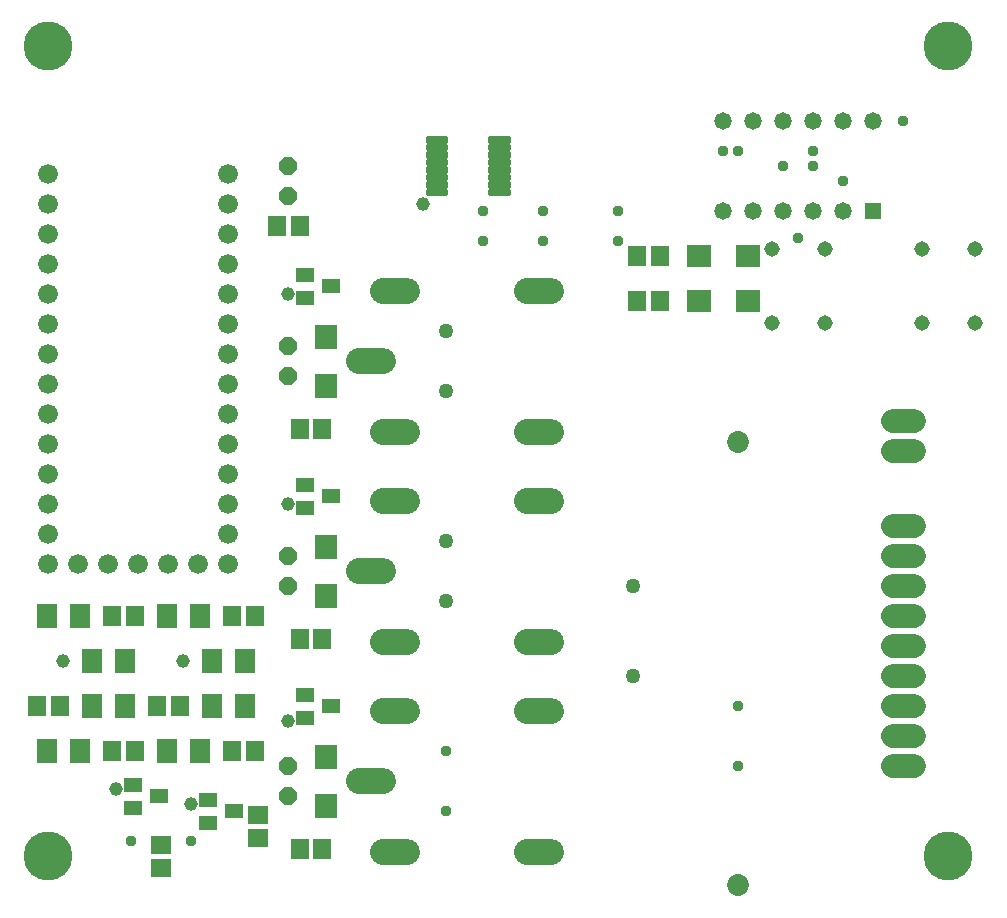
<source format=gbr>
G04 EAGLE Gerber RS-274X export*
G75*
%MOMM*%
%FSLAX34Y34*%
%LPD*%
%INSoldermask Top*%
%IPPOS*%
%AMOC8*
5,1,8,0,0,1.08239X$1,22.5*%
G01*
%ADD10C,2.003200*%
%ADD11C,2.184400*%
%ADD12C,1.676400*%
%ADD13R,1.703200X1.503200*%
%ADD14R,1.603200X1.203200*%
%ADD15P,1.649562X8X112.500000*%
%ADD16R,1.503200X1.703200*%
%ADD17R,1.803200X2.003200*%
%ADD18R,1.903200X2.003200*%
%ADD19C,1.853200*%
%ADD20C,0.306600*%
%ADD21R,2.003200X1.903200*%
%ADD22R,1.473200X1.473200*%
%ADD23C,1.473200*%
%ADD24C,1.311200*%
%ADD25C,0.959600*%
%ADD26C,1.159600*%
%ADD27C,4.140200*%
%ADD28C,1.259600*%


D10*
X796400Y139700D02*
X778400Y139700D01*
X778400Y165100D02*
X796400Y165100D01*
X796400Y190500D02*
X778400Y190500D01*
X778400Y215900D02*
X796400Y215900D01*
X796400Y241300D02*
X778400Y241300D01*
X778400Y266700D02*
X796400Y266700D01*
X796400Y292100D02*
X778400Y292100D01*
X778400Y317500D02*
X796400Y317500D01*
X796400Y342900D02*
X778400Y342900D01*
X778400Y431800D02*
X796400Y431800D01*
X796400Y406400D02*
X778400Y406400D01*
D11*
X346456Y482600D02*
X326644Y482600D01*
X346964Y422910D02*
X366776Y422910D01*
X366776Y542290D02*
X346964Y542290D01*
X468884Y542290D02*
X488696Y542290D01*
X488696Y422910D02*
X468884Y422910D01*
X346456Y304800D02*
X326644Y304800D01*
X346964Y245110D02*
X366776Y245110D01*
X366776Y364490D02*
X346964Y364490D01*
X468884Y364490D02*
X488696Y364490D01*
X488696Y245110D02*
X468884Y245110D01*
X346456Y127000D02*
X326644Y127000D01*
X346964Y67310D02*
X366776Y67310D01*
X366776Y186690D02*
X346964Y186690D01*
X468884Y186690D02*
X488696Y186690D01*
X488696Y67310D02*
X468884Y67310D01*
D12*
X63500Y590550D03*
X63500Y565150D03*
X63500Y539750D03*
X63500Y514350D03*
X63500Y488950D03*
X63500Y463550D03*
X63500Y438150D03*
X63500Y412750D03*
X63500Y387350D03*
X63500Y361950D03*
X63500Y336550D03*
X63500Y311150D03*
X215900Y311150D03*
X215900Y336550D03*
X215900Y361950D03*
X215900Y387350D03*
X215900Y412750D03*
X215900Y438150D03*
X215900Y463550D03*
X215900Y488950D03*
X215900Y514350D03*
X215900Y539750D03*
X215900Y565150D03*
X63500Y615950D03*
X215900Y590550D03*
X63500Y641350D03*
X215900Y641350D03*
X215900Y615950D03*
X190500Y311150D03*
X165100Y311150D03*
X139700Y311150D03*
X114300Y311150D03*
X88900Y311150D03*
D13*
X158750Y54000D03*
X158750Y73000D03*
X241300Y79400D03*
X241300Y98400D03*
D14*
X157050Y114300D03*
X135050Y104800D03*
X135050Y123800D03*
X220550Y101600D03*
X198550Y92100D03*
X198550Y111100D03*
D15*
X266700Y469900D03*
X266700Y495300D03*
X266700Y292100D03*
X266700Y317500D03*
X266700Y114300D03*
X266700Y139700D03*
D16*
X276250Y425450D03*
X295250Y425450D03*
X276250Y247650D03*
X295250Y247650D03*
X276250Y69850D03*
X295250Y69850D03*
X117500Y152400D03*
X136500Y152400D03*
X136500Y266700D03*
X117500Y266700D03*
X54000Y190500D03*
X73000Y190500D03*
D17*
X62200Y152400D03*
X90200Y152400D03*
X90200Y266700D03*
X62200Y266700D03*
D16*
X219100Y152400D03*
X238100Y152400D03*
X238100Y266700D03*
X219100Y266700D03*
X155600Y190500D03*
X174600Y190500D03*
D17*
X163800Y152400D03*
X191800Y152400D03*
X191800Y266700D03*
X163800Y266700D03*
D18*
X298450Y462100D03*
X298450Y503100D03*
X298450Y284300D03*
X298450Y325300D03*
X298450Y106500D03*
X298450Y147500D03*
D14*
X303100Y546100D03*
X281100Y536600D03*
X281100Y555600D03*
X303100Y368300D03*
X281100Y358800D03*
X281100Y377800D03*
X303100Y190500D03*
X281100Y181000D03*
X281100Y200000D03*
D19*
X647700Y39050D03*
X647700Y414050D03*
D15*
X266700Y622300D03*
X266700Y647700D03*
D16*
X276200Y596900D03*
X257200Y596900D03*
D20*
X385067Y668392D02*
X400433Y668392D01*
X385067Y668392D02*
X385067Y671458D01*
X400433Y671458D01*
X400433Y668392D01*
X400433Y671305D02*
X385067Y671305D01*
X385067Y662042D02*
X400433Y662042D01*
X385067Y662042D02*
X385067Y665108D01*
X400433Y665108D01*
X400433Y662042D01*
X400433Y664955D02*
X385067Y664955D01*
X385067Y655692D02*
X400433Y655692D01*
X385067Y655692D02*
X385067Y658758D01*
X400433Y658758D01*
X400433Y655692D01*
X400433Y658605D02*
X385067Y658605D01*
X385067Y649342D02*
X400433Y649342D01*
X385067Y649342D02*
X385067Y652408D01*
X400433Y652408D01*
X400433Y649342D01*
X400433Y652255D02*
X385067Y652255D01*
X385067Y642992D02*
X400433Y642992D01*
X385067Y642992D02*
X385067Y646058D01*
X400433Y646058D01*
X400433Y642992D01*
X400433Y645905D02*
X385067Y645905D01*
X385067Y636642D02*
X400433Y636642D01*
X385067Y636642D02*
X385067Y639708D01*
X400433Y639708D01*
X400433Y636642D01*
X400433Y639555D02*
X385067Y639555D01*
X385067Y630292D02*
X400433Y630292D01*
X385067Y630292D02*
X385067Y633358D01*
X400433Y633358D01*
X400433Y630292D01*
X400433Y633205D02*
X385067Y633205D01*
X385067Y623942D02*
X400433Y623942D01*
X385067Y623942D02*
X385067Y627008D01*
X400433Y627008D01*
X400433Y623942D01*
X400433Y626855D02*
X385067Y626855D01*
X437767Y623942D02*
X453133Y623942D01*
X437767Y623942D02*
X437767Y627008D01*
X453133Y627008D01*
X453133Y623942D01*
X453133Y626855D02*
X437767Y626855D01*
X437767Y630292D02*
X453133Y630292D01*
X437767Y630292D02*
X437767Y633358D01*
X453133Y633358D01*
X453133Y630292D01*
X453133Y633205D02*
X437767Y633205D01*
X437767Y636642D02*
X453133Y636642D01*
X437767Y636642D02*
X437767Y639708D01*
X453133Y639708D01*
X453133Y636642D01*
X453133Y639555D02*
X437767Y639555D01*
X437767Y642992D02*
X453133Y642992D01*
X437767Y642992D02*
X437767Y646058D01*
X453133Y646058D01*
X453133Y642992D01*
X453133Y645905D02*
X437767Y645905D01*
X437767Y649342D02*
X453133Y649342D01*
X437767Y649342D02*
X437767Y652408D01*
X453133Y652408D01*
X453133Y649342D01*
X453133Y652255D02*
X437767Y652255D01*
X437767Y655692D02*
X453133Y655692D01*
X437767Y655692D02*
X437767Y658758D01*
X453133Y658758D01*
X453133Y655692D01*
X453133Y658605D02*
X437767Y658605D01*
X437767Y662042D02*
X453133Y662042D01*
X437767Y662042D02*
X437767Y665108D01*
X453133Y665108D01*
X453133Y662042D01*
X453133Y664955D02*
X437767Y664955D01*
X437767Y668392D02*
X453133Y668392D01*
X437767Y668392D02*
X437767Y671458D01*
X453133Y671458D01*
X453133Y668392D01*
X453133Y671305D02*
X437767Y671305D01*
D16*
X562000Y533400D03*
X581000Y533400D03*
X562000Y571500D03*
X581000Y571500D03*
D21*
X655500Y571500D03*
X614500Y571500D03*
X655500Y533400D03*
X614500Y533400D03*
D22*
X762000Y609600D03*
D23*
X736600Y609600D03*
X711200Y609600D03*
X685800Y609600D03*
X660400Y609600D03*
X635000Y609600D03*
X635000Y685800D03*
X660400Y685800D03*
X685800Y685800D03*
X711200Y685800D03*
X736600Y685800D03*
X762000Y685800D03*
D17*
X128300Y190500D03*
X100300Y190500D03*
X128300Y228600D03*
X100300Y228600D03*
X229900Y190500D03*
X201900Y190500D03*
X229900Y228600D03*
X201900Y228600D03*
D24*
X848000Y577350D03*
X803000Y514850D03*
X848000Y514850D03*
X803000Y577350D03*
X721000Y577350D03*
X676000Y514850D03*
X721000Y514850D03*
X676000Y577350D03*
D25*
X647700Y190500D03*
X647700Y139700D03*
D26*
X120650Y120650D03*
X184150Y107950D03*
X266700Y177800D03*
X266700Y361950D03*
X266700Y539750D03*
D27*
X63500Y63500D03*
X825500Y63500D03*
X825500Y749300D03*
X63500Y749300D03*
D26*
X381000Y615950D03*
X76200Y228600D03*
X177800Y228600D03*
D28*
X558800Y292100D03*
X558800Y215900D03*
D25*
X184150Y76200D03*
X133350Y76200D03*
D28*
X400050Y508000D03*
X400050Y457200D03*
X400050Y279400D03*
X400050Y330200D03*
D25*
X400050Y152400D03*
X400050Y101600D03*
X431800Y609600D03*
X431800Y584200D03*
X787400Y685800D03*
X711200Y660400D03*
X647700Y660400D03*
X736600Y635000D03*
X685800Y647700D03*
X635000Y660400D03*
X698500Y587150D03*
X711200Y647700D03*
X482600Y609600D03*
X482600Y584200D03*
X546100Y609600D03*
X546100Y584200D03*
M02*

</source>
